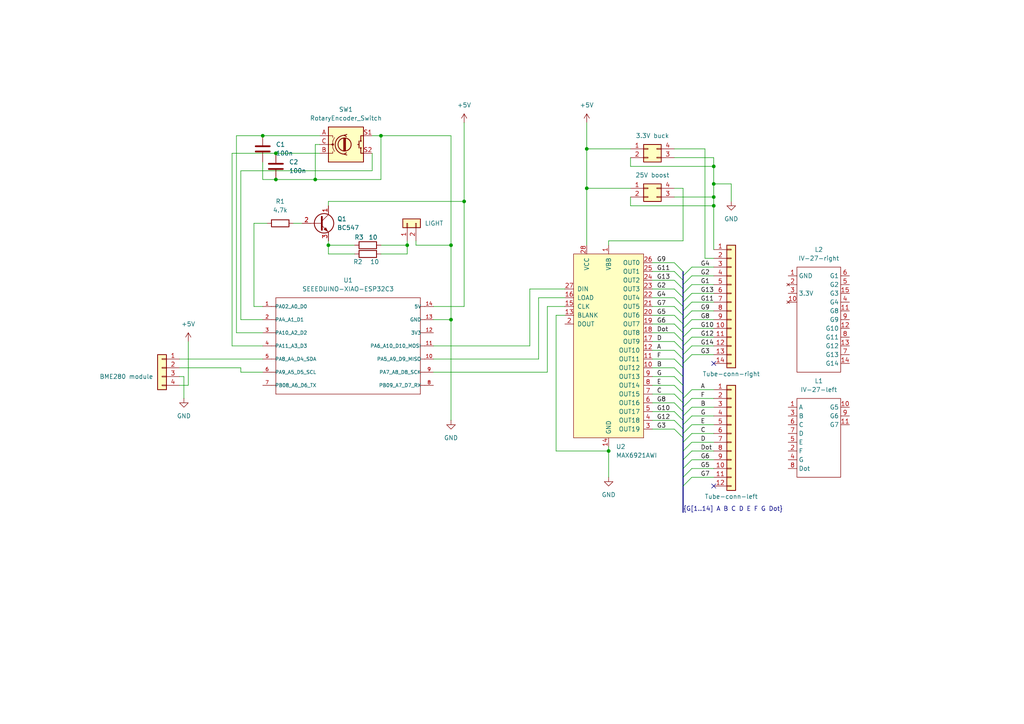
<source format=kicad_sch>
(kicad_sch (version 20250114) (generator "eeschema") (generator_version "9.0")
  (paper "A4")
  (title_block (title "IV-27 Clock") (date "2025-04-06") (rev "1") (company "StrangePlanet"))
  (lib_symbols
    (symbol "Connector_Generic:Conn_01x02" (pin_names (offset 1.016) (hide yes))
      (property "Reference" "J" (at 0 2.54 0))
      (property "Value" "Conn_01x02" (at 0 -5.08 0))
      (symbol "Conn_01x02_1_1"
        (rectangle (start -1.27 1.27) (end 1.27 -3.81) (stroke (width 0.254)) (fill (type background)))
        (rectangle (start -1.27 0.127) (end 0 -0.127) (stroke (width 0.1524)))
        (rectangle (start -1.27 -2.413) (end 0 -2.667) (stroke (width 0.1524)))
        (pin passive line (at -5.08 0 0) (length 3.81) (name "Pin_1") (number "1"))
        (pin passive line (at -5.08 -2.54 0) (length 3.81) (name "Pin_2") (number "2"))
      )
    )
    (symbol "Connector_Generic:Conn_01x04" (pin_names (offset 1.016) (hide yes))
      (property "Reference" "J" (at 0 5.08 0))
      (property "Value" "Conn_01x04" (at 0 -7.62 0))
      (symbol "Conn_01x04_1_1"
        (rectangle (start -1.27 3.81) (end 1.27 -6.35) (stroke (width 0.254)) (fill (type background)))
        (rectangle (start -1.27 2.667) (end 0 2.413) (stroke (width 0.1524)))
        (rectangle (start -1.27 0.127) (end 0 -0.127) (stroke (width 0.1524)))
        (rectangle (start -1.27 -2.413) (end 0 -2.667) (stroke (width 0.1524)))
        (rectangle (start -1.27 -4.953) (end 0 -5.207) (stroke (width 0.1524)))
        (pin passive line (at -5.08 2.54 0) (length 3.81) (name "Pin_1") (number "1"))
        (pin passive line (at -5.08 0 0) (length 3.81) (name "Pin_2") (number "2"))
        (pin passive line (at -5.08 -2.54 0) (length 3.81) (name "Pin_3") (number "3"))
        (pin passive line (at -5.08 -5.08 0) (length 3.81) (name "Pin_4") (number "4"))
      )
    )
    (symbol "Connector_Generic:Conn_01x12" (pin_names (offset 1.016) (hide yes))
      (property "Reference" "J" (at 0 15.24 0))
      (property "Value" "Conn_01x12" (at 0 -17.78 0))
      (symbol "Conn_01x12_1_1"
        (rectangle (start -1.27 13.97) (end 1.27 -16.51) (stroke (width 0.254)) (fill (type background)))
        (rectangle (start -1.27 12.827) (end 0 12.573) (stroke (width 0.1524)))
        (rectangle (start -1.27 10.287) (end 0 10.033) (stroke (width 0.1524)))
        (rectangle (start -1.27 7.747) (end 0 7.493) (stroke (width 0.1524)))
        (rectangle (start -1.27 5.207) (end 0 4.953) (stroke (width 0.1524)))
        (rectangle (start -1.27 2.667) (end 0 2.413) (stroke (width 0.1524)))
        (rectangle (start -1.27 0.127) (end 0 -0.127) (stroke (width 0.1524)))
        (rectangle (start -1.27 -2.413) (end 0 -2.667) (stroke (width 0.1524)))
        (rectangle (start -1.27 -4.953) (end 0 -5.207) (stroke (width 0.1524)))
        (rectangle (start -1.27 -7.493) (end 0 -7.747) (stroke (width 0.1524)))
        (rectangle (start -1.27 -10.033) (end 0 -10.287) (stroke (width 0.1524)))
        (rectangle (start -1.27 -12.573) (end 0 -12.827) (stroke (width 0.1524)))
        (rectangle (start -1.27 -15.113) (end 0 -15.367) (stroke (width 0.1524)))
        (pin passive line (at -5.08 12.7 0) (length 3.81) (name "Pin_1") (number "1"))
        (pin passive line (at -5.08 10.16 0) (length 3.81) (name "Pin_2") (number "2"))
        (pin passive line (at -5.08 7.62 0) (length 3.81) (name "Pin_3") (number "3"))
        (pin passive line (at -5.08 5.08 0) (length 3.81) (name "Pin_4") (number "4"))
        (pin passive line (at -5.08 2.54 0) (length 3.81) (name "Pin_5") (number "5"))
        (pin passive line (at -5.08 0 0) (length 3.81) (name "Pin_6") (number "6"))
        (pin passive line (at -5.08 -2.54 0) (length 3.81) (name "Pin_7") (number "7"))
        (pin passive line (at -5.08 -5.08 0) (length 3.81) (name "Pin_8") (number "8"))
        (pin passive line (at -5.08 -7.62 0) (length 3.81) (name "Pin_9") (number "9"))
        (pin passive line (at -5.08 -10.16 0) (length 3.81) (name "Pin_10") (number "10"))
        (pin passive line (at -5.08 -12.7 0) (length 3.81) (name "Pin_11") (number "11"))
        (pin passive line (at -5.08 -15.24 0) (length 3.81) (name "Pin_12") (number "12"))
      )
    )
    (symbol "Connector_Generic:Conn_01x14" (pin_names (offset 1.016) (hide yes))
      (property "Reference" "J" (at 0 17.78 0))
      (property "Value" "Conn_01x14" (at 0 -20.32 0))
      (symbol "Conn_01x14_1_1"
        (rectangle (start -1.27 16.51) (end 1.27 -19.05) (stroke (width 0.254)) (fill (type background)))
        (rectangle (start -1.27 15.367) (end 0 15.113) (stroke (width 0.1524)))
        (rectangle (start -1.27 12.827) (end 0 12.573) (stroke (width 0.1524)))
        (rectangle (start -1.27 10.287) (end 0 10.033) (stroke (width 0.1524)))
        (rectangle (start -1.27 7.747) (end 0 7.493) (stroke (width 0.1524)))
        (rectangle (start -1.27 5.207) (end 0 4.953) (stroke (width 0.1524)))
        (rectangle (start -1.27 2.667) (end 0 2.413) (stroke (width 0.1524)))
        (rectangle (start -1.27 0.127) (end 0 -0.127) (stroke (width 0.1524)))
        (rectangle (start -1.27 -2.413) (end 0 -2.667) (stroke (width 0.1524)))
        (rectangle (start -1.27 -4.953) (end 0 -5.207) (stroke (width 0.1524)))
        (rectangle (start -1.27 -7.493) (end 0 -7.747) (stroke (width 0.1524)))
        (rectangle (start -1.27 -10.033) (end 0 -10.287) (stroke (width 0.1524)))
        (rectangle (start -1.27 -12.573) (end 0 -12.827) (stroke (width 0.1524)))
        (rectangle (start -1.27 -15.113) (end 0 -15.367) (stroke (width 0.1524)))
        (rectangle (start -1.27 -17.653) (end 0 -17.907) (stroke (width 0.1524)))
        (pin passive line (at -5.08 15.24 0) (length 3.81) (name "Pin_1") (number "1"))
        (pin passive line (at -5.08 12.7 0) (length 3.81) (name "Pin_2") (number "2"))
        (pin passive line (at -5.08 10.16 0) (length 3.81) (name "Pin_3") (number "3"))
        (pin passive line (at -5.08 7.62 0) (length 3.81) (name "Pin_4") (number "4"))
        (pin passive line (at -5.08 5.08 0) (length 3.81) (name "Pin_5") (number "5"))
        (pin passive line (at -5.08 2.54 0) (length 3.81) (name "Pin_6") (number "6"))
        (pin passive line (at -5.08 0 0) (length 3.81) (name "Pin_7") (number "7"))
        (pin passive line (at -5.08 -2.54 0) (length 3.81) (name "Pin_8") (number "8"))
        (pin passive line (at -5.08 -5.08 0) (length 3.81) (name "Pin_9") (number "9"))
        (pin passive line (at -5.08 -7.62 0) (length 3.81) (name "Pin_10") (number "10"))
        (pin passive line (at -5.08 -10.16 0) (length 3.81) (name "Pin_11") (number "11"))
        (pin passive line (at -5.08 -12.7 0) (length 3.81) (name "Pin_12") (number "12"))
        (pin passive line (at -5.08 -15.24 0) (length 3.81) (name "Pin_13") (number "13"))
        (pin passive line (at -5.08 -17.78 0) (length 3.81) (name "Pin_14") (number "14"))
      )
    )
    (symbol "Connector_Generic:Conn_02x02_Counter_Clockwise" (pin_names (offset 1.016) (hide yes))
      (property "Reference" "J" (at 1.27 2.54 0))
      (property "Value" "Conn_02x02_Counter_Clockwise" (at 1.27 -5.08 0))
      (symbol "Conn_02x02_Counter_Clockwise_1_1"
        (rectangle (start -1.27 1.27) (end 3.81 -3.81) (stroke (width 0.254)) (fill (type background)))
        (rectangle (start -1.27 0.127) (end 0 -0.127) (stroke (width 0.1524)))
        (rectangle (start -1.27 -2.413) (end 0 -2.667) (stroke (width 0.1524)))
        (rectangle (start 3.81 0.127) (end 2.54 -0.127) (stroke (width 0.1524)))
        (rectangle (start 3.81 -2.413) (end 2.54 -2.667) (stroke (width 0.1524)))
        (pin passive line (at -5.08 0 0) (length 3.81) (name "Pin_1") (number "1"))
        (pin passive line (at -5.08 -2.54 0) (length 3.81) (name "Pin_2") (number "2"))
        (pin passive line (at 7.62 0 180) (length 3.81) (name "Pin_4") (number "4"))
        (pin passive line (at 7.62 -2.54 180) (length 3.81) (name "Pin_3") (number "3"))
      )
    )
    (symbol "Device:C" (pin_numbers (hide yes)) (pin_names (offset 0.254))
      (property "Reference" "C" (at 0.635 2.54 0))
      (property "Value" "C" (at 0.635 -2.54 0))
      (symbol "C_0_1"
        (polyline (pts (xy -2.032 0.762) (xy 2.032 0.762)) (stroke (width 0.508)))
        (polyline (pts (xy -2.032 -0.762) (xy 2.032 -0.762)) (stroke (width 0.508)))
      )
      (symbol "C_1_1"
        (pin passive line (at 0 3.81 270) (length 2.794) (name "~") (number "1"))
        (pin passive line (at 0 -3.81 90) (length 2.794) (name "~") (number "2"))
      )
    )
    (symbol "Device:R" (pin_numbers (hide yes)) (pin_names (offset 0))
      (property "Reference" "R" (at 2.032 0 90))
      (property "Value" "R" (at 0 0 90))
      (symbol "R_0_1"
        (rectangle (start -1.016 -2.54) (end 1.016 2.54) (stroke (width 0.254)))
      )
      (symbol "R_1_1"
        (pin passive line (at 0 3.81 270) (length 1.27) (name "~") (number "1"))
        (pin passive line (at 0 -3.81 90) (length 1.27) (name "~") (number "2"))
      )
    )
    (symbol "Device:RotaryEncoder_Switch" (pin_names (offset 0.254) (hide yes))
      (property "Reference" "SW" (at 0 6.604 0))
      (property "Value" "RotaryEncoder_Switch" (at 0 -6.604 0))
      (symbol "RotaryEncoder_Switch_0_1"
        (rectangle (start -5.08 5.08) (end 5.08 -5.08) (stroke (width 0.254)) (fill (type background)))
        (polyline (pts (xy -5.08 2.54) (xy -3.81 2.54) (xy -3.81 2.032)))
        (polyline (pts (xy -5.08 0) (xy -3.81 0) (xy -3.81 -1.016) (xy -3.302 -2.032)))
        (polyline (pts (xy -5.08 -2.54) (xy -3.81 -2.54) (xy -3.81 -2.032)))
        (polyline (pts (xy -4.318 0) (xy -3.81 0) (xy -3.81 1.016) (xy -3.302 2.032)))
        (circle (center -3.81 0) (radius 0.254) (fill (type outline)))
        (polyline (pts (xy -0.635 -1.778) (xy -0.635 1.778)) (stroke (width 0.254)))
        (circle (center -0.381 0) (radius 1.905) (stroke (width 0.254)))
        (polyline (pts (xy -0.381 -1.778) (xy -0.381 1.778)) (stroke (width 0.254)))
        (arc (start -0.381 -2.794) (mid -3.0988 -0.0635) (end -0.381 2.667) (stroke (width 0.254)))
        (polyline (pts (xy -0.127 1.778) (xy -0.127 -1.778)) (stroke (width 0.254)))
        (polyline (pts (xy 0.254 2.921) (xy -0.508 2.667) (xy 0.127 2.286)) (stroke (width 0.254)))
        (polyline (pts (xy 0.254 -3.048) (xy -0.508 -2.794) (xy 0.127 -2.413)) (stroke (width 0.254)))
        (polyline (pts (xy 3.81 1.016) (xy 3.81 -1.016)) (stroke (width 0.254)))
        (polyline (pts (xy 3.81 0) (xy 3.429 0)) (stroke (width 0.254)))
        (circle (center 4.318 1.016) (radius 0.127) (stroke (width 0.254)))
        (circle (center 4.318 -1.016) (radius 0.127) (stroke (width 0.254)))
        (polyline (pts (xy 5.08 2.54) (xy 4.318 2.54) (xy 4.318 1.016)) (stroke (width 0.254)))
        (polyline (pts (xy 5.08 -2.54) (xy 4.318 -2.54) (xy 4.318 -1.016)) (stroke (width 0.254)))
      )
      (symbol "RotaryEncoder_Switch_1_1"
        (pin passive line (at -7.62 2.54 0) (length 2.54) (name "A") (number "A"))
        (pin passive line (at -7.62 0 0) (length 2.54) (name "C") (number "C"))
        (pin passive line (at -7.62 -2.54 0) (length 2.54) (name "B") (number "B"))
        (pin passive line (at 7.62 2.54 180) (length 2.54) (name "S1") (number "S1"))
        (pin passive line (at 7.62 -2.54 180) (length 2.54) (name "S2") (number "S2"))
      )
    )
    (symbol "IV-27:IV-27-left"
      (property "Reference" "L" (at 0 10.16 0))
      (property "Value" "IV-27-left" (at 0 -15.748 0))
      (symbol "IV-27-left_0_1"
        (rectangle (start -6.35 8.89) (end 6.35 -13.97))
      )
      (symbol "IV-27-left_1_1"
        (pin input line (at -8.89 6.35 0) (length 2.54) (name "A") (number "1"))
        (pin input line (at -8.89 3.81 0) (length 2.54) (name "B") (number "3"))
        (pin input line (at -8.89 1.27 0) (length 2.54) (name "C") (number "6"))
        (pin input line (at -8.89 -1.27 0) (length 2.54) (name "D") (number "7"))
        (pin input line (at -8.89 -3.81 0) (length 2.54) (name "E") (number "5"))
        (pin input line (at -8.89 -6.35 0) (length 2.54) (name "F") (number "2"))
        (pin input line (at -8.89 -8.89 0) (length 2.54) (name "G") (number "4"))
        (pin input line (at -8.89 -11.43 0) (length 2.54) (name "Dot") (number "8"))
        (pin input line (at 8.89 6.35 180) (length 2.54) (name "G5") (number "10"))
        (pin input line (at 8.89 3.81 180) (length 2.54) (name "G6") (number "9"))
        (pin input line (at 8.89 1.27 180) (length 2.54) (name "G7") (number "11"))
      )
    )
    (symbol "IV-27:IV-27-right"
      (property "Reference" "L" (at 0 10.16 0))
      (property "Value" "IV-27-right" (at 0 -23.114 0))
      (symbol "IV-27-right_0_1"
        (rectangle (start -6.35 8.89) (end 6.35 -21.59))
      )
      (symbol "IV-27-right_1_1"
        (pin input line (at -8.89 6.35 0) (length 2.54) (name "GND") (number "1"))
        (pin no_connect line (at -8.89 3.81 0) (length 2.54) (name "") (number "2"))
        (pin input line (at -8.89 1.27 0) (length 2.54) (name "3.3V") (number "3"))
        (pin no_connect line (at -8.89 -1.27 0) (length 2.54) (name "") (number "10"))
        (pin input line (at 8.89 6.35 180) (length 2.54) (name "G1") (number "6"))
        (pin input line (at 8.89 3.81 180) (length 2.54) (name "G2") (number "5"))
        (pin input line (at 8.89 1.27 180) (length 2.54) (name "G3") (number "15"))
        (pin input line (at 8.89 -1.27 180) (length 2.54) (name "G4") (number "4"))
        (pin input line (at 8.89 -3.81 180) (length 2.54) (name "G8") (number "11"))
        (pin input line (at 8.89 -6.35 180) (length 2.54) (name "G9") (number "9"))
        (pin input line (at 8.89 -8.89 180) (length 2.54) (name "G10") (number "12"))
        (pin input line (at 8.89 -11.43 180) (length 2.54) (name "G11") (number "8"))
        (pin input line (at 8.89 -13.97 180) (length 2.54) (name "G12") (number "13"))
        (pin input line (at 8.89 -16.51 180) (length 2.54) (name "G13") (number "7"))
        (pin input line (at 8.89 -19.05 180) (length 2.54) (name "G14") (number "14"))
      )
    )
    (symbol "MAX6921:MAX6921AWI" (pin_names (offset 1.016))
      (property "Reference" "U" (at 10.16 26.67 0))
      (property "Value" "MAX6921AWI" (at -7.62 -20.32 90))
      (symbol "MAX6921AWI_0_1"
        (rectangle (start -10.16 25.4) (end 10.16 -27.94) (fill (type background)))
      )
      (symbol "MAX6921AWI_1_1"
        (pin input line (at -12.7 15.24 0) (length 2.54) (name "DIN") (number "27"))
        (pin input line (at -12.7 12.7 0) (length 2.54) (name "LOAD") (number "16"))
        (pin input line (at -12.7 10.16 0) (length 2.54) (name "CLK") (number "15"))
        (pin input line (at -12.7 7.62 0) (length 2.54) (name "BLANK") (number "13"))
        (pin output line (at -12.7 5.08 0) (length 2.54) (name "DOUT") (number "2"))
        (pin input line (at -6.35 27.94 270) (length 2.54) (name "VCC") (number "28"))
        (pin input line (at 0 27.94 270) (length 2.54) (name "VBB") (number "1"))
        (pin input line (at 0 -30.48 90) (length 2.54) (name "GND") (number "14"))
        (pin output line (at 12.7 22.86 180) (length 2.54) (name "OUT0") (number "26"))
        (pin output line (at 12.7 20.32 180) (length 2.54) (name "OUT1") (number "25"))
        (pin output line (at 12.7 17.78 180) (length 2.54) (name "OUT2") (number "24"))
        (pin output line (at 12.7 15.24 180) (length 2.54) (name "OUT3") (number "23"))
        (pin output line (at 12.7 12.7 180) (length 2.54) (name "OUT4") (number "22"))
        (pin output line (at 12.7 10.16 180) (length 2.54) (name "OUT5") (number "21"))
        (pin output line (at 12.7 7.62 180) (length 2.54) (name "OUT6") (number "20"))
        (pin output line (at 12.7 5.08 180) (length 2.54) (name "OUT7") (number "19"))
        (pin output line (at 12.7 2.54 180) (length 2.54) (name "OUT8") (number "18"))
        (pin output line (at 12.7 0 180) (length 2.54) (name "OUT9") (number "17"))
        (pin output line (at 12.7 -2.54 180) (length 2.54) (name "OUT10") (number "12"))
        (pin output line (at 12.7 -5.08 180) (length 2.54) (name "OUT11") (number "11"))
        (pin output line (at 12.7 -7.62 180) (length 2.54) (name "OUT12") (number "10"))
        (pin output line (at 12.7 -10.16 180) (length 2.54) (name "OUT13") (number "9"))
        (pin output line (at 12.7 -12.7 180) (length 2.54) (name "OUT14") (number "8"))
        (pin output line (at 12.7 -15.24 180) (length 2.54) (name "OUT15") (number "7"))
        (pin output line (at 12.7 -17.78 180) (length 2.54) (name "OUT16") (number "6"))
        (pin output line (at 12.7 -20.32 180) (length 2.54) (name "OUT17") (number "5"))
        (pin output line (at 12.7 -22.86 180) (length 2.54) (name "OUT18") (number "4"))
        (pin output line (at 12.7 -25.4 180) (length 2.54) (name "OUT19") (number "3"))
      )
    )
    (symbol "MOUDLE-SEEEDUINO-XIAO-ESP32C3:MOUDLE-SEEEDUINO-XIAO-ESP32C3" (pin_names (offset 1.016))
      (property "Reference" "U" (at -21.59 15.24 0))
      (property "Value" "MOUDLE-SEEEDUINO-XIAO-ESP32C3" (at -21.59 13.97 0))
      (symbol "MOUDLE-SEEEDUINO-XIAO-ESP32C3_0_0"
        (polyline (pts (xy -21.59 13.97) (xy 20.32 13.97)) (stroke (width 0.1524)))
        (polyline (pts (xy -21.59 11.43) (xy -22.86 11.43)) (stroke (width 0.1524)))
        (polyline (pts (xy -21.59 11.43) (xy -21.59 13.97)) (stroke (width 0.1524)))
        (polyline (pts (xy -21.59 7.62) (xy -22.86 7.62)) (stroke (width 0.1524)))
        (polyline (pts (xy -21.59 7.62) (xy -21.59 11.43)) (stroke (width 0.1524)))
        (polyline (pts (xy -21.59 3.81) (xy -22.86 3.81)) (stroke (width 0.1524)))
        (polyline (pts (xy -21.59 3.81) (xy -21.59 7.62)) (stroke (width 0.1524)))
        (polyline (pts (xy -21.59 0) (xy -22.86 0)) (stroke (width 0.1524)))
        (polyline (pts (xy -21.59 0) (xy -21.59 3.81)) (stroke (width 0.1524)))
        (polyline (pts (xy -21.59 -3.81) (xy -22.86 -3.81)) (stroke (width 0.1524)))
        (polyline (pts (xy -21.59 -7.62) (xy -22.86 -7.62)) (stroke (width 0.1524)))
        (polyline (pts (xy -21.59 -11.43) (xy -22.86 -11.43)) (stroke (width 0.1524)))
        (polyline (pts (xy -21.59 -13.97) (xy -21.59 0)) (stroke (width 0.1524)))
        (polyline (pts (xy 20.32 13.97) (xy 20.32 11.43)) (stroke (width 0.1524)))
        (polyline (pts (xy 20.32 11.43) (xy 20.32 7.62)) (stroke (width 0.1524)))
        (polyline (pts (xy 20.32 7.62) (xy 20.32 3.81)) (stroke (width 0.1524)))
        (polyline (pts (xy 20.32 3.81) (xy 20.32 -13.97)) (stroke (width 0.1524)))
        (polyline (pts (xy 20.32 -13.97) (xy -21.59 -13.97)) (stroke (width 0.1524)))
        (polyline (pts (xy 21.59 11.43) (xy 20.32 11.43)) (stroke (width 0.1524)))
        (polyline (pts (xy 21.59 7.62) (xy 20.32 7.62)) (stroke (width 0.1524)))
        (polyline (pts (xy 21.59 3.81) (xy 20.32 3.81)) (stroke (width 0.1524)))
        (polyline (pts (xy 21.59 0) (xy 20.32 0)) (stroke (width 0.1524)))
        (polyline (pts (xy 21.59 -3.81) (xy 20.32 -3.81)) (stroke (width 0.1524)))
        (polyline (pts (xy 21.59 -7.62) (xy 20.32 -7.62)) (stroke (width 0.1524)))
        (polyline (pts (xy 21.59 -11.43) (xy 20.32 -11.43)) (stroke (width 0.1524)))
        (pin bidirectional line (at -25.4 11.43 0) (length 2.54) (name "PA02_A0_D0") (number "1"))
        (pin bidirectional line (at -25.4 7.62 0) (length 2.54) (name "PA4_A1_D1") (number "2"))
        (pin bidirectional line (at -25.4 3.81 0) (length 2.54) (name "PA10_A2_D2") (number "3"))
        (pin bidirectional line (at -25.4 0 0) (length 2.54) (name "PA11_A3_D3") (number "4"))
        (pin bidirectional line (at -25.4 -3.81 0) (length 2.54) (name "PA8_A4_D4_SDA") (number "5"))
        (pin bidirectional line (at -25.4 -7.62 0) (length 2.54) (name "PA9_A5_D5_SCL") (number "6"))
        (pin bidirectional line (at -25.4 -11.43 0) (length 2.54) (name "PB08_A6_D6_TX") (number "7"))
        (pin bidirectional line (at 24.13 11.43 180) (length 2.54) (name "5V") (number "14"))
        (pin bidirectional line (at 24.13 7.62 180) (length 2.54) (name "GND") (number "13"))
        (pin bidirectional line (at 24.13 3.81 180) (length 2.54) (name "3V3") (number "12"))
        (pin bidirectional line (at 24.13 0 180) (length 2.54) (name "PA6_A10_D10_MOSI") (number "11"))
        (pin bidirectional line (at 24.13 -3.81 180) (length 2.54) (name "PA5_A9_D9_MISO") (number "10"))
        (pin bidirectional line (at 24.13 -7.62 180) (length 2.54) (name "PA7_A8_D8_SCK") (number "9"))
        (pin bidirectional line (at 24.13 -11.43 180) (length 2.54) (name "PB09_A7_D7_RX") (number "8"))
      )
    )
    (symbol "Transistor_BJT:BC547" (pin_names (offset 0) (hide yes))
      (property "Reference" "Q" (at 5.08 1.905 0))
      (property "Value" "BC547" (at 5.08 0 0))
      (symbol "BC547_0_1"
        (polyline (pts (xy -2.54 0) (xy 0.635 0)))
        (polyline (pts (xy 0.635 1.905) (xy 0.635 -1.905)) (stroke (width 0.508)))
        (circle (center 1.27 0) (radius 2.8194) (stroke (width 0.254)))
      )
      (symbol "BC547_1_1"
        (polyline (pts (xy 0.635 0.635) (xy 2.54 2.54)))
        (polyline (pts (xy 0.635 -0.635) (xy 2.54 -2.54)))
        (polyline (pts (xy 1.27 -1.778) (xy 1.778 -1.27) (xy 2.286 -2.286) (xy 1.27 -1.778)) (fill (type outline)))
        (pin input line (at -5.08 0 0) (length 2.54) (name "B") (number "2"))
        (pin passive line (at 2.54 5.08 270) (length 2.54) (name "C") (number "1"))
        (pin passive line (at 2.54 -5.08 90) (length 2.54) (name "E") (number "3"))
      )
    )
    (symbol "power:+5V" (power) (pin_numbers (hide yes)) (pin_names (offset 0) (hide yes))
      (property "Value" "+5V" (at 0 3.556 0))
      (symbol "+5V_0_1"
        (polyline (pts (xy -0.762 1.27) (xy 0 2.54)))
        (polyline (pts (xy 0 2.54) (xy 0.762 1.27)))
        (polyline (pts (xy 0 0) (xy 0 2.54)))
      )
      (symbol "+5V_1_1"
        (pin power_in line (at 0 0 90) (length 0) (name "~") (number "1"))
      )
    )
    (symbol "power:GND" (power) (pin_numbers (hide yes)) (pin_names (offset 0) (hide yes))
      (property "Value" "GND" (at 0 -3.81 0))
      (symbol "GND_0_1"
        (polyline (pts (xy 0 0) (xy 0 -1.27) (xy 1.27 -1.27) (xy 0 -2.54) (xy -1.27 -1.27) (xy 0 -1.27)))
      )
      (symbol "GND_1_1"
        (pin power_in line (at 0 0 270) (length 0) (name "~") (number "1"))
      )
    )
  )
  (junction (at 170.18 43.18))
  (junction (at 95.25 71.12))
  (junction (at 80.01 52.07))
  (junction (at 134.62 58.42))
  (junction (at 91.44 52.07))
  (junction (at 207.01 59.69))
  (junction (at 130.81 92.71))
  (junction (at 176.53 130.81))
  (junction (at 207.01 57.15))
  (junction (at 80.01 44.45))
  (junction (at 110.49 39.37))
  (junction (at 207.01 53.34))
  (junction (at 170.18 54.61))
  (junction (at 118.11 71.12))
  (junction (at 76.2 39.37))
  (junction (at 130.81 71.12))
  (junction (at 207.01 48.26))
  (no_connect (at 207.01 105.41))
  (no_connect (at 207.01 140.97))
  (bus_entry (at 195.58 119.38) (size 2.54 2.54))
  (bus_entry (at 195.58 124.46) (size 2.54 2.54))
  (bus_entry (at 198.12 130.81) (size 2.54 -2.54))
  (bus_entry (at 198.12 135.89) (size 2.54 -2.54))
  (bus_entry (at 198.12 102.87) (size 2.54 -2.54))
  (bus_entry (at 195.58 104.14) (size 2.54 2.54))
  (bus_entry (at 198.12 87.63) (size 2.54 -2.54))
  (bus_entry (at 198.12 128.27) (size 2.54 -2.54))
  (bus_entry (at 198.12 123.19) (size 2.54 -2.54))
  (bus_entry (at 198.12 85.09) (size 2.54 -2.54))
  (bus_entry (at 195.58 93.98) (size 2.54 2.54))
  (bus_entry (at 195.58 81.28) (size 2.54 2.54))
  (bus_entry (at 198.12 125.73) (size 2.54 -2.54))
  (bus_entry (at 198.12 82.55) (size 2.54 -2.54))
  (bus_entry (at 198.12 133.35) (size 2.54 -2.54))
  (bus_entry (at 198.12 115.57) (size 2.54 -2.54))
  (bus_entry (at 195.58 86.36) (size 2.54 2.54))
  (bus_entry (at 198.12 80.01) (size 2.54 -2.54))
  (bus_entry (at 198.12 120.65) (size 2.54 -2.54))
  (bus_entry (at 198.12 118.11) (size 2.54 -2.54))
  (bus_entry (at 195.58 83.82) (size 2.54 2.54))
  (bus_entry (at 195.58 106.68) (size 2.54 2.54))
  (bus_entry (at 195.58 88.9) (size 2.54 2.54))
  (bus_entry (at 195.58 101.6) (size 2.54 2.54))
  (bus_entry (at 195.58 91.44) (size 2.54 2.54))
  (bus_entry (at 195.58 116.84) (size 2.54 2.54))
  (bus_entry (at 195.58 99.06) (size 2.54 2.54))
  (bus_entry (at 195.58 114.3) (size 2.54 2.54))
  (bus_entry (at 195.58 111.76) (size 2.54 2.54))
  (bus_entry (at 198.12 92.71) (size 2.54 -2.54))
  (bus_entry (at 198.12 90.17) (size 2.54 -2.54))
  (bus_entry (at 195.58 96.52) (size 2.54 2.54))
  (bus_entry (at 198.12 138.43) (size 2.54 -2.54))
  (bus_entry (at 198.12 100.33) (size 2.54 -2.54))
  (bus_entry (at 198.12 95.25) (size 2.54 -2.54))
  (bus_entry (at 195.58 78.74) (size 2.54 2.54))
  (bus_entry (at 195.58 121.92) (size 2.54 2.54))
  (bus_entry (at 198.12 97.79) (size 2.54 -2.54))
  (bus_entry (at 198.12 140.97) (size 2.54 -2.54))
  (bus_entry (at 195.58 76.2) (size 2.54 2.54))
  (bus_entry (at 198.12 105.41) (size 2.54 -2.54))
  (bus_entry (at 195.58 109.22) (size 2.54 2.54))
  (wire (pts (xy 200.66 80.01) (xy 207.01 80.01)))
  (wire (pts (xy 125.73 107.95) (xy 158.75 107.95)))
  (wire (pts (xy 91.44 41.91) (xy 91.44 52.07)))
  (wire (pts (xy 189.23 83.82) (xy 195.58 83.82)))
  (wire (pts (xy 189.23 109.22) (xy 195.58 109.22)))
  (bus (pts (xy 198.12 93.98) (xy 198.12 95.25)))
  (bus (pts (xy 198.12 80.01) (xy 198.12 81.28)))
  (wire (pts (xy 95.25 73.66) (xy 95.25 71.12)))
  (wire (pts (xy 176.53 129.54) (xy 176.53 130.81)))
  (wire (pts (xy 107.95 39.37) (xy 110.49 39.37)))
  (wire (pts (xy 200.66 77.47) (xy 207.01 77.47)))
  (wire (pts (xy 76.2 52.07) (xy 80.01 52.07)))
  (bus (pts (xy 198.12 123.19) (xy 198.12 124.46)))
  (wire (pts (xy 189.23 119.38) (xy 195.58 119.38)))
  (wire (pts (xy 69.85 106.68) (xy 69.85 107.95)))
  (wire (pts (xy 134.62 88.9) (xy 125.73 88.9)))
  (wire (pts (xy 189.23 124.46) (xy 195.58 124.46)))
  (wire (pts (xy 207.01 57.15) (xy 195.58 57.15)))
  (wire (pts (xy 182.88 48.26) (xy 207.01 48.26)))
  (wire (pts (xy 200.66 90.17) (xy 207.01 90.17)))
  (wire (pts (xy 95.25 71.12) (xy 95.25 69.85)))
  (wire (pts (xy 200.66 128.27) (xy 207.01 128.27)))
  (wire (pts (xy 189.23 101.6) (xy 195.58 101.6)))
  (bus (pts (xy 198.12 78.74) (xy 198.12 80.01)))
  (wire (pts (xy 200.66 115.57) (xy 207.01 115.57)))
  (wire (pts (xy 52.07 109.22) (xy 53.34 109.22)))
  (wire (pts (xy 195.58 45.72) (xy 207.01 45.72)))
  (wire (pts (xy 53.34 109.22) (xy 53.34 115.57)))
  (wire (pts (xy 125.73 92.71) (xy 130.81 92.71)))
  (wire (pts (xy 69.85 92.71) (xy 76.2 92.71)))
  (wire (pts (xy 76.2 39.37) (xy 92.71 39.37)))
  (wire (pts (xy 170.18 54.61) (xy 182.88 54.61)))
  (wire (pts (xy 158.75 88.9) (xy 163.83 88.9)))
  (bus (pts (xy 198.12 82.55) (xy 198.12 83.82)))
  (wire (pts (xy 189.23 93.98) (xy 195.58 93.98)))
  (bus (pts (xy 198.12 119.38) (xy 198.12 120.65)))
  (wire (pts (xy 207.01 48.26) (xy 207.01 53.34)))
  (wire (pts (xy 130.81 71.12) (xy 130.81 92.71)))
  (wire (pts (xy 92.71 41.91) (xy 91.44 41.91)))
  (wire (pts (xy 170.18 54.61) (xy 170.18 43.18)))
  (wire (pts (xy 156.21 104.14) (xy 156.21 86.36)))
  (wire (pts (xy 102.87 73.66) (xy 95.25 73.66)))
  (wire (pts (xy 189.23 106.68) (xy 195.58 106.68)))
  (wire (pts (xy 195.58 43.18) (xy 204.47 43.18)))
  (bus (pts (xy 198.12 135.89) (xy 198.12 138.43)))
  (wire (pts (xy 198.12 69.85) (xy 176.53 69.85)))
  (wire (pts (xy 77.47 64.77) (xy 73.66 64.77)))
  (wire (pts (xy 76.2 46.99) (xy 76.2 52.07)))
  (wire (pts (xy 207.01 53.34) (xy 207.01 57.15)))
  (wire (pts (xy 200.66 120.65) (xy 207.01 120.65)))
  (wire (pts (xy 67.31 44.45) (xy 80.01 44.45)))
  (bus (pts (xy 198.12 88.9) (xy 198.12 90.17)))
  (wire (pts (xy 170.18 43.18) (xy 170.18 35.56)))
  (wire (pts (xy 176.53 130.81) (xy 176.53 138.43)))
  (wire (pts (xy 130.81 92.71) (xy 130.81 121.92)))
  (bus (pts (xy 198.12 127) (xy 198.12 128.27)))
  (bus (pts (xy 198.12 90.17) (xy 198.12 91.44)))
  (bus (pts (xy 198.12 114.3) (xy 198.12 115.57)))
  (wire (pts (xy 198.12 54.61) (xy 198.12 69.85)))
  (wire (pts (xy 67.31 44.45) (xy 67.31 100.33)))
  (wire (pts (xy 68.58 96.52) (xy 76.2 96.52)))
  (wire (pts (xy 110.49 71.12) (xy 118.11 71.12)))
  (wire (pts (xy 158.75 107.95) (xy 158.75 88.9)))
  (bus (pts (xy 198.12 87.63) (xy 198.12 88.9)))
  (bus (pts (xy 198.12 92.71) (xy 198.12 93.98)))
  (bus (pts (xy 198.12 120.65) (xy 198.12 121.92)))
  (bus (pts (xy 198.12 111.76) (xy 198.12 114.3)))
  (bus (pts (xy 198.12 83.82) (xy 198.12 85.09)))
  (bus (pts (xy 198.12 138.43) (xy 198.12 140.97)))
  (wire (pts (xy 189.23 81.28) (xy 195.58 81.28)))
  (bus (pts (xy 198.12 118.11) (xy 198.12 119.38)))
  (bus (pts (xy 198.12 106.68) (xy 198.12 109.22)))
  (bus (pts (xy 198.12 100.33) (xy 198.12 101.6)))
  (bus (pts (xy 198.12 81.28) (xy 198.12 82.55)))
  (wire (pts (xy 200.66 133.35) (xy 207.01 133.35)))
  (wire (pts (xy 200.66 87.63) (xy 207.01 87.63)))
  (wire (pts (xy 120.65 71.12) (xy 130.81 71.12)))
  (wire (pts (xy 161.29 91.44) (xy 161.29 130.81)))
  (wire (pts (xy 92.71 44.45) (xy 80.01 44.45)))
  (wire (pts (xy 163.83 91.44) (xy 161.29 91.44)))
  (wire (pts (xy 80.01 52.07) (xy 91.44 52.07)))
  (wire (pts (xy 67.31 100.33) (xy 76.2 100.33)))
  (wire (pts (xy 134.62 35.56) (xy 134.62 58.42)))
  (wire (pts (xy 52.07 106.68) (xy 69.85 106.68)))
  (wire (pts (xy 95.25 58.42) (xy 134.62 58.42)))
  (wire (pts (xy 125.73 100.33) (xy 153.67 100.33)))
  (wire (pts (xy 200.66 118.11) (xy 207.01 118.11)))
  (wire (pts (xy 189.23 96.52) (xy 195.58 96.52)))
  (wire (pts (xy 189.23 76.2) (xy 195.58 76.2)))
  (bus (pts (xy 198.12 115.57) (xy 198.12 116.84)))
  (wire (pts (xy 200.66 97.79) (xy 207.01 97.79)))
  (bus (pts (xy 198.12 96.52) (xy 198.12 97.79)))
  (wire (pts (xy 95.25 59.69) (xy 95.25 58.42)))
  (wire (pts (xy 204.47 74.93) (xy 207.01 74.93)))
  (wire (pts (xy 153.67 100.33) (xy 153.67 83.82)))
  (wire (pts (xy 68.58 39.37) (xy 68.58 96.52)))
  (wire (pts (xy 200.66 100.33) (xy 207.01 100.33)))
  (bus (pts (xy 198.12 140.97) (xy 198.12 148.59)))
  (wire (pts (xy 54.61 111.76) (xy 54.61 99.06)))
  (wire (pts (xy 212.09 53.34) (xy 207.01 53.34)))
  (wire (pts (xy 120.65 69.85) (xy 120.65 71.12)))
  (wire (pts (xy 200.66 130.81) (xy 207.01 130.81)))
  (wire (pts (xy 189.23 86.36) (xy 195.58 86.36)))
  (wire (pts (xy 170.18 54.61) (xy 170.18 71.12)))
  (wire (pts (xy 153.67 83.82) (xy 163.83 83.82)))
  (bus (pts (xy 198.12 85.09) (xy 198.12 86.36)))
  (wire (pts (xy 189.23 91.44) (xy 195.58 91.44)))
  (wire (pts (xy 182.88 57.15) (xy 182.88 59.69)))
  (wire (pts (xy 189.23 111.76) (xy 195.58 111.76)))
  (wire (pts (xy 69.85 107.95) (xy 76.2 107.95)))
  (bus (pts (xy 198.12 95.25) (xy 198.12 96.52)))
  (wire (pts (xy 85.09 64.77) (xy 87.63 64.77)))
  (wire (pts (xy 195.58 54.61) (xy 198.12 54.61)))
  (bus (pts (xy 198.12 104.14) (xy 198.12 105.41)))
  (wire (pts (xy 91.44 52.07) (xy 110.49 52.07)))
  (wire (pts (xy 107.95 49.53) (xy 69.85 49.53)))
  (wire (pts (xy 110.49 39.37) (xy 130.81 39.37)))
  (wire (pts (xy 134.62 58.42) (xy 134.62 88.9)))
  (wire (pts (xy 200.66 85.09) (xy 207.01 85.09)))
  (bus (pts (xy 198.12 130.81) (xy 198.12 133.35)))
  (bus (pts (xy 198.12 91.44) (xy 198.12 92.71)))
  (wire (pts (xy 200.66 113.03) (xy 207.01 113.03)))
  (wire (pts (xy 200.66 135.89) (xy 207.01 135.89)))
  (wire (pts (xy 189.23 114.3) (xy 195.58 114.3)))
  (bus (pts (xy 198.12 102.87) (xy 198.12 104.14)))
  (wire (pts (xy 107.95 44.45) (xy 107.95 49.53)))
  (wire (pts (xy 110.49 73.66) (xy 118.11 73.66)))
  (wire (pts (xy 200.66 92.71) (xy 207.01 92.71)))
  (wire (pts (xy 76.2 39.37) (xy 68.58 39.37)))
  (wire (pts (xy 52.07 104.14) (xy 76.2 104.14)))
  (wire (pts (xy 200.66 82.55) (xy 207.01 82.55)))
  (wire (pts (xy 207.01 57.15) (xy 207.01 59.69)))
  (wire (pts (xy 102.87 71.12) (xy 95.25 71.12)))
  (bus (pts (xy 198.12 105.41) (xy 198.12 106.68)))
  (wire (pts (xy 212.09 53.34) (xy 212.09 58.42)))
  (bus (pts (xy 198.12 116.84) (xy 198.12 118.11)))
  (wire (pts (xy 52.07 111.76) (xy 54.61 111.76)))
  (wire (pts (xy 69.85 49.53) (xy 69.85 92.71)))
  (wire (pts (xy 189.23 78.74) (xy 195.58 78.74)))
  (wire (pts (xy 182.88 59.69) (xy 207.01 59.69)))
  (wire (pts (xy 118.11 73.66) (xy 118.11 71.12)))
  (wire (pts (xy 182.88 45.72) (xy 182.88 48.26)))
  (wire (pts (xy 189.23 104.14) (xy 195.58 104.14)))
  (wire (pts (xy 110.49 52.07) (xy 110.49 39.37)))
  (wire (pts (xy 200.66 95.25) (xy 207.01 95.25)))
  (wire (pts (xy 189.23 88.9) (xy 195.58 88.9)))
  (wire (pts (xy 189.23 116.84) (xy 195.58 116.84)))
  (wire (pts (xy 161.29 130.81) (xy 176.53 130.81)))
  (wire (pts (xy 170.18 43.18) (xy 182.88 43.18)))
  (wire (pts (xy 156.21 86.36) (xy 163.83 86.36)))
  (bus (pts (xy 198.12 121.92) (xy 198.12 123.19)))
  (wire (pts (xy 73.66 88.9) (xy 76.2 88.9)))
  (wire (pts (xy 207.01 45.72) (xy 207.01 48.26)))
  (bus (pts (xy 198.12 99.06) (xy 198.12 100.33)))
  (bus (pts (xy 198.12 109.22) (xy 198.12 111.76)))
  (bus (pts (xy 198.12 128.27) (xy 198.12 130.81)))
  (wire (pts (xy 189.23 121.92) (xy 195.58 121.92)))
  (wire (pts (xy 176.53 69.85) (xy 176.53 71.12)))
  (wire (pts (xy 130.81 39.37) (xy 130.81 71.12)))
  (wire (pts (xy 189.23 99.06) (xy 195.58 99.06)))
  (bus (pts (xy 198.12 97.79) (xy 198.12 99.06)))
  (wire (pts (xy 207.01 59.69) (xy 207.01 72.39)))
  (bus (pts (xy 198.12 125.73) (xy 198.12 127)))
  (wire (pts (xy 125.73 104.14) (xy 156.21 104.14)))
  (wire (pts (xy 204.47 43.18) (xy 204.47 74.93)))
  (bus (pts (xy 198.12 124.46) (xy 198.12 125.73)))
  (wire (pts (xy 200.66 125.73) (xy 207.01 125.73)))
  (wire (pts (xy 200.66 123.19) (xy 207.01 123.19)))
  (bus (pts (xy 198.12 86.36) (xy 198.12 87.63)))
  (bus (pts (xy 198.12 133.35) (xy 198.12 135.89)))
  (bus (pts (xy 198.12 101.6) (xy 198.12 102.87)))
  (wire (pts (xy 200.66 138.43) (xy 207.01 138.43)))
  (wire (pts (xy 118.11 71.12) (xy 118.11 69.85)))
  (wire (pts (xy 200.66 102.87) (xy 207.01 102.87)))
  (wire (pts (xy 73.66 64.77) (xy 73.66 88.9)))
  (label "G10" (at 203.2 95.25 0))
  (label "{G[1..14] A B C D E F G Dot}" (at 198.12 148.59 0))
  (label "G13" (at 203.2 85.09 0))
  (label "Dot" (at 203.2 130.81 0))
  (label "B" (at 190.5 106.68 0))
  (label "A" (at 203.2 113.03 0))
  (label "G4" (at 203.2 77.47 0))
  (label "G3" (at 203.2 102.87 0))
  (label "G12" (at 203.2 97.79 0))
  (label "F" (at 203.2 115.57 0))
  (label "D" (at 203.2 128.27 0))
  (label "G" (at 190.5 109.22 0))
  (label "E" (at 190.5 111.76 0))
  (label "G" (at 203.2 120.65 0))
  (label "G13" (at 190.5 81.28 0))
  (label "G2" (at 190.5 83.82 0))
  (label "Dot" (at 190.5 96.52 0))
  (label "G6" (at 190.5 93.98 0))
  (label "G11" (at 190.5 78.74 0))
  (label "G11" (at 203.2 87.63 0))
  (label "F" (at 190.5 104.14 0))
  (label "G6" (at 203.2 133.35 0))
  (label "G3" (at 190.5 124.46 0))
  (label "G7" (at 190.5 88.9 0))
  (label "G8" (at 190.5 116.84 0))
  (label "G5" (at 190.5 91.44 0))
  (label "D" (at 190.5 99.06 0))
  (label "A" (at 190.5 101.6 0))
  (label "B" (at 203.2 118.11 0))
  (label "C" (at 203.2 125.73 0))
  (label "G10" (at 190.5 119.38 0))
  (label "G9" (at 190.5 76.2 0))
  (label "G2" (at 203.2 80.01 0))
  (label "G1" (at 203.2 82.55 0))
  (label "G7" (at 203.2 138.43 0))
  (label "G14" (at 203.2 100.33 0))
  (label "G8" (at 203.2 92.71 0))
  (label "C" (at 190.5 114.3 0))
  (label "G12" (at 190.5 121.92 0))
  (label "G9" (at 203.2 90.17 0))
  (label "G4" (at 190.5 86.36 0))
  (label "E" (at 203.2 123.19 0))
  (label "G5" (at 203.2 135.89 0))
  (symbol (lib_id "Connector_Generic:Conn_02x02_Counter_Clockwise") (at 187.96 54.61 0) (unit 1)
    (property "Reference" "J4" (effects (hide yes)))
    (property "Value" "25V boost" (at 189.23 50.8 0))
    (property "Description" "Generic connector, double row, 02x02, counter clockwise pin numbering scheme (similar to DIP package numbering), script generated (kicad-library-utils/schlib/autogen/connector/)" (effects (hide yes)))
  )
  (symbol (lib_id "IV-27:IV-27-right") (at 237.49 86.36 0) (unit 1)
    (property "Reference" "L2" (at 237.49 72.39 0))
    (property "Value" "IV-27-right" (at 237.49 74.93 0))
    (property "Footprint" "IV-27:IV-27-right" (effects (hide yes)))
  )
  (symbol (lib_id "MAX6921:MAX6921AWI") (at 176.53 99.06 0) (unit 1)
    (property "Reference" "U2" (at 178.6733 129.54 0) (effects (justify left)))
    (property "Value" "MAX6921AWI" (at 178.6733 132.08 0) (effects (justify left)))
    (property "Footprint" "MAX6921:MAX6921AWI" (effects (hide yes)))
    (property "Description" "20-Output, 76V, Serial-Interfaced VFD Tube Driver" (effects (hide yes)))
  )
  (symbol (lib_id "Device:R") (at 106.68 73.66 90) (unit 1)
    (property "Reference" "R2" (at 105.156 75.946 90) (effects (justify left)))
    (property "Value" "10" (at 109.982 75.946 90) (effects (justify left)))
    (property "Description" "Resistor" (effects (hide yes)))
  )
  (symbol (lib_id "Device:C") (at 76.2 43.18 0) (unit 1)
    (property "Reference" "C1" (at 80.01 41.9099 0) (effects (justify left)))
    (property "Value" "100n" (at 80.01 44.4499 0) (effects (justify left)))
    (property "Description" "Unpolarized capacitor" (effects (hide yes)))
  )
  (symbol (lib_id "Connector_Generic:Conn_01x04") (at 46.99 106.68 0) (mirror y) (unit 1)
    (property "Reference" "J1" (effects (hide yes)))
    (property "Value" "BME280 module" (at 44.45 109.2199 0) (effects (justify left)))
    (property "Description" "Generic connector, single row, 01x04, script generated (kicad-library-utils/schlib/autogen/connector/)" (effects (hide yes)))
  )
  (symbol (lib_id "Device:R") (at 81.28 64.77 90) (unit 1)
    (property "Reference" "R1" (at 81.28 58.42 90))
    (property "Value" "4.7k" (at 81.28 60.96 90))
    (property "Description" "Resistor" (effects (hide yes)))
  )
  (symbol (lib_id "Device:R") (at 106.68 71.12 90) (unit 1)
    (property "Reference" "R3" (at 104.14 68.834 90))
    (property "Value" "10" (at 108.204 68.834 90))
    (property "Description" "Resistor" (effects (hide yes)))
  )
  (symbol (lib_id "Connector_Generic:Conn_01x12") (at 212.09 125.73 0) (unit 1)
    (property "Reference" "Tube-conn-left" (at 212.09 144.018 0))
    (property "Value" "Conn_02x06_Counter_Clockwise" (effects (hide yes)))
    (property "Footprint" "Connector_PinHeader_2.54mm:PinHeader_2x06_P2.54mm_Vertical" (effects (hide yes)))
    (property "Description" "Generic connector, single row, 01x12, script generated (kicad-library-utils/schlib/autogen/connector/)" (effects (hide yes)))
  )
  (symbol (lib_id "IV-27:IV-27-left") (at 237.49 124.46 0) (unit 1)
    (property "Reference" "L1" (at 237.49 110.49 0))
    (property "Value" "IV-27-left" (at 237.49 113.03 0))
    (property "Footprint" "IV-27:IV-27-left" (effects (hide yes)))
  )
  (symbol (lib_id "Transistor_BJT:BC547") (at 92.71 64.77 0) (unit 1)
    (property "Reference" "Q1" (at 97.79 63.4999 0) (effects (justify left)))
    (property "Value" "BC547" (at 97.79 66.0399 0) (effects (justify left)))
    (property "Footprint" "Package_TO_SOT_THT:TO-92_Inline" (effects (hide yes)))
    (property "Datasheet" "https://www.onsemi.com/pub/Collateral/BC550-D.pdf" (effects (hide yes)))
    (property "Description" "0.1A Ic, 45V Vce, Small Signal NPN Transistor, TO-92" (effects (hide yes)))
  )
  (symbol (lib_id "Connector_Generic:Conn_02x02_Counter_Clockwise") (at 187.96 43.18 0) (unit 1)
    (property "Reference" "J3" (effects (hide yes)))
    (property "Value" "3.3V buck" (at 189.23 39.37 0))
    (property "Description" "Generic connector, double row, 02x02, counter clockwise pin numbering scheme (similar to DIP package numbering), script generated (kicad-library-utils/schlib/autogen/connector/)" (effects (hide yes)))
  )
  (symbol (lib_id "power:GND") (at 53.34 115.57 0) (unit 1)
    (property "Reference" "#PWR05" (effects (hide yes)))
    (property "Value" "GND" (at 53.34 120.65 0))
    (property "Description" "Power symbol creates a global label with name \"GND\" , ground" (effects (hide yes)))
  )
  (symbol (lib_id "Device:RotaryEncoder_Switch") (at 100.33 41.91 0) (unit 1)
    (property "Reference" "SW1" (at 100.33 31.75 0))
    (property "Value" "RotaryEncoder_Switch" (at 100.33 34.29 0))
    (property "Description" "Rotary encoder, dual channel, incremental quadrate outputs, with switch" (effects (hide yes)))
  )
  (symbol (lib_id "Connector_Generic:Conn_01x14") (at 212.09 87.63 0) (unit 1)
    (property "Reference" "Tube-conn-right" (at 212.09 108.458 0))
    (property "Value" "Conn_02x07_Counter_Clockwise" (effects (hide yes)))
    (property "Footprint" "Connector_PinHeader_2.54mm:PinHeader_2x07_P2.54mm_Vertical" (effects (hide yes)))
    (property "Description" "Generic connector, single row, 01x14, script generated (kicad-library-utils/schlib/autogen/connector/)" (effects (hide yes)))
  )
  (symbol (lib_id "Connector_Generic:Conn_01x02") (at 118.11 64.77 90) (unit 1)
    (property "Reference" "J2" (effects (hide yes)))
    (property "Value" "LIGHT" (at 123.19 64.7699 90) (effects (justify right)))
    (property "Description" "Generic connector, single row, 01x02, script generated (kicad-library-utils/schlib/autogen/connector/)" (effects (hide yes)))
  )
  (symbol (lib_id "power:+5V") (at 170.18 35.56 0) (unit 1)
    (property "Reference" "#PWR06" (effects (hide yes)))
    (property "Value" "+5V" (at 170.18 30.48 0))
    (property "Description" "Power symbol creates a global label with name \"+5V\"" (effects (hide yes)))
  )
  (symbol (lib_id "MOUDLE-SEEEDUINO-XIAO-ESP32C3:MOUDLE-SEEEDUINO-XIAO-ESP32C3") (at 101.6 100.33 0) (unit 1)
    (property "Reference" "U1" (at 100.965 81.28 0))
    (property "Value" "SEEEDUINO-XIAO-ESP32C3" (at 100.965 83.82 0))
    (property "Footprint" "MOUDLE14P-SMD-2.54-21X17.8MM" (effects (hide yes)))
  )
  (symbol (lib_id "Device:C") (at 80.01 48.26 0) (unit 1)
    (property "Reference" "C2" (at 83.82 46.9899 0) (effects (justify left)))
    (property "Value" "100n" (at 83.82 49.5299 0) (effects (justify left)))
    (property "Description" "Unpolarized capacitor" (effects (hide yes)))
  )
  (symbol (lib_id "power:GND") (at 130.81 121.92 0) (unit 1)
    (property "Reference" "#PWR02" (effects (hide yes)))
    (property "Value" "GND" (at 130.81 127 0))
    (property "Description" "Power symbol creates a global label with name \"GND\" , ground" (effects (hide yes)))
  )
  (symbol (lib_id "power:+5V") (at 54.61 99.06 0) (unit 1)
    (property "Reference" "#PWR04" (effects (hide yes)))
    (property "Value" "+5V" (at 54.61 93.98 0))
    (property "Description" "Power symbol creates a global label with name \"+5V\"" (effects (hide yes)))
  )
  (symbol (lib_id "power:+5V") (at 134.62 35.56 0) (unit 1)
    (property "Reference" "#PWR03" (effects (hide yes)))
    (property "Value" "+5V" (at 134.62 30.48 0))
    (property "Description" "Power symbol creates a global label with name \"+5V\"" (effects (hide yes)))
  )
  (symbol (lib_id "power:GND") (at 176.53 138.43 0) (unit 1)
    (property "Reference" "#PWR01" (effects (hide yes)))
    (property "Value" "GND" (at 176.53 143.51 0))
    (property "Description" "Power symbol creates a global label with name \"GND\" , ground" (effects (hide yes)))
  )
  (symbol (lib_id "power:GND") (at 212.09 58.42 0) (unit 1)
    (property "Reference" "#PWR07" (effects (hide yes)))
    (property "Value" "GND" (at 212.09 63.5 0))
    (property "Description" "Power symbol creates a global label with name \"GND\" , ground" (effects (hide yes)))
  )
)
</source>
